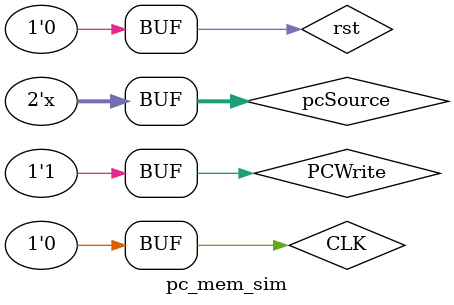
<source format=v>
`timescale 1ns / 1ps


module pc_mem_sim(

    );
    
    reg CLK;
    reg [1:0] pcSource = 0;
    reg PCWrite = 1;
    reg rst;
    wire [31:0] ir;
    
    ProgramCounter_Mem pcsim (.CLK(CLK), .pcSource(pcSource), .PCWrite(PCWrite), .rst(rst), .ir(ir));
    initial
    begin
    rst = 0;
    #5;
    rst = 1;
    #5
    rst = 0;
    end   
    
    
    always
    begin
    CLK = 1;
    #5
    CLK = 0;
    #5;
    end
    

    
    always
    begin
    #100
    pcSource = pcSource+1;
    end
    
endmodule

</source>
